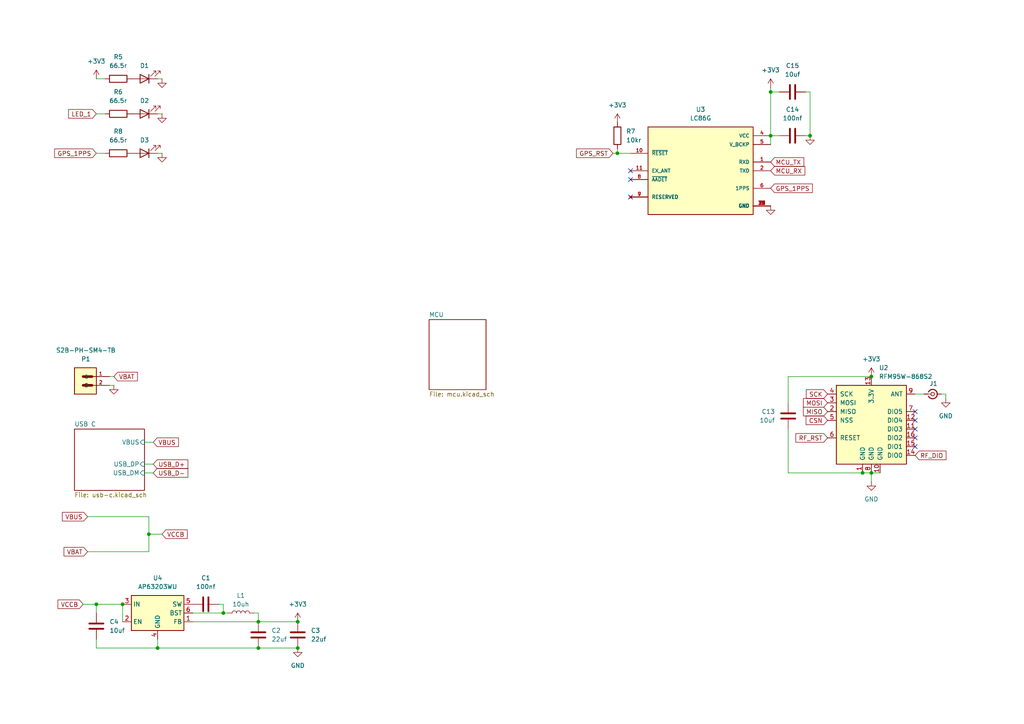
<source format=kicad_sch>
(kicad_sch (version 20250114) (generator "eeschema") (generator_version "9.0")
  (paper "A4")
  (lib_symbols
    (symbol "Connector:Conn_Coaxial_Small" (pin_numbers (hide yes)) (pin_names (offset 1.016) (hide yes))
      (property "Reference" "J" (at 0.254 3.048 0))
      (property "Value" "Conn_Coaxial_Small" (at 0 -3.81 0))
      (symbol "Conn_Coaxial_Small_0_1"
        (polyline (pts (xy -2.54 0) (xy -0.508 0)))
        (circle (center 0 0) (radius 0.508) (stroke (width 0.2032)))
      )
      (symbol "Conn_Coaxial_Small_1_1"
        (arc (start 1.3484 0.0039) (mid 0.327 -1.308) (end -1.1916 -0.6311) (stroke (width 0.3048)))
        (arc (start -1.1916 0.6311) (mid 0.327 1.3081) (end 1.3484 -0.0039) (stroke (width 0.3048)))
        (pin passive line (at -2.54 0 0) (length 1.27) (name "In") (number "1"))
        (pin passive line (at 2.54 0 180) (length 1.27) (name "Ext") (number "2"))
      )
    )
    (symbol "Device:C" (pin_numbers (hide yes)) (pin_names (offset 0.254))
      (property "Reference" "C" (at 0.635 2.54 0))
      (property "Value" "C" (at 0.635 -2.54 0))
      (symbol "C_0_1"
        (polyline (pts (xy -2.032 0.762) (xy 2.032 0.762)) (stroke (width 0.508)))
        (polyline (pts (xy -2.032 -0.762) (xy 2.032 -0.762)) (stroke (width 0.508)))
      )
      (symbol "C_1_1"
        (pin passive line (at 0 3.81 270) (length 2.794) (name "~") (number "1"))
        (pin passive line (at 0 -3.81 90) (length 2.794) (name "~") (number "2"))
      )
    )
    (symbol "Device:L" (pin_numbers (hide yes)) (pin_names (offset 1.016) (hide yes))
      (property "Reference" "L" (at -1.27 0 90))
      (property "Value" "L" (at 1.905 0 90))
      (symbol "L_0_1"
        (arc (start 0 2.54) (mid 0.6323 1.905) (end 0 1.27))
        (arc (start 0 1.27) (mid 0.6323 0.635) (end 0 0))
        (arc (start 0 0) (mid 0.6323 -0.635) (end 0 -1.27))
        (arc (start 0 -1.27) (mid 0.6323 -1.905) (end 0 -2.54))
      )
      (symbol "L_1_1"
        (pin passive line (at 0 3.81 270) (length 1.27) (name "1") (number "1"))
        (pin passive line (at 0 -3.81 90) (length 1.27) (name "2") (number "2"))
      )
    )
    (symbol "Device:LED" (pin_numbers (hide yes)) (pin_names (offset 1.016) (hide yes))
      (property "Reference" "D" (at 0 2.54 0))
      (property "Value" "LED" (at 0 -2.54 0))
      (symbol "LED_0_1"
        (polyline (pts (xy -3.048 -0.762) (xy -4.572 -2.286) (xy -3.81 -2.286) (xy -4.572 -2.286) (xy -4.572 -1.524)))
        (polyline (pts (xy -1.778 -0.762) (xy -3.302 -2.286) (xy -2.54 -2.286) (xy -3.302 -2.286) (xy -3.302 -1.524)))
        (polyline (pts (xy -1.27 0) (xy 1.27 0)))
        (polyline (pts (xy -1.27 -1.27) (xy -1.27 1.27)) (stroke (width 0.254)))
        (polyline (pts (xy 1.27 -1.27) (xy 1.27 1.27) (xy -1.27 0) (xy 1.27 -1.27)) (stroke (width 0.254)))
      )
      (symbol "LED_1_1"
        (pin passive line (at -3.81 0 0) (length 2.54) (name "K") (number "1"))
        (pin passive line (at 3.81 0 180) (length 2.54) (name "A") (number "2"))
      )
    )
    (symbol "Device:R" (pin_numbers (hide yes)) (pin_names (offset 0))
      (property "Reference" "R" (at 2.032 0 90))
      (property "Value" "R" (at 0 0 90))
      (symbol "R_0_1"
        (rectangle (start -1.016 -2.54) (end 1.016 2.54) (stroke (width 0.254)))
      )
      (symbol "R_1_1"
        (pin passive line (at 0 3.81 270) (length 1.27) (name "~") (number "1"))
        (pin passive line (at 0 -3.81 90) (length 1.27) (name "~") (number "2"))
      )
    )
    (symbol "JST-PH-2:S2B-PH-SM4-TB" (pin_names (offset 1.016))
      (property "Reference" "P" (at -1.2718 3.8155 0))
      (property "Value" "S2B-PH-SM4-TB" (at -1.271 -5.0839 0))
      (symbol "S2B-PH-SM4-TB_0_0"
        (rectangle (start -1.27 -3.81) (end 5.08 3.81) (stroke (width 0.254)) (fill (type background)))
        (polyline (pts (xy 0 1.27) (xy 2.54 1.27)) (stroke (width 0.762)))
        (polyline (pts (xy 0 -1.27) (xy 2.54 -1.27)) (stroke (width 0.762)))
        (pin passive line (at -5.08 1.27 0) (length 5.08) (name "1") (number "1"))
        (pin passive line (at -5.08 -1.27 0) (length 5.08) (name "2") (number "2"))
      )
    )
    (symbol "LC86G:LC86G" (pin_names (offset 1.016))
      (property "Reference" "U" (at -15.24 13.97 0))
      (property "Value" "LC86G" (at -15.24 -15.24 0))
      (symbol "LC86G_0_0"
        (rectangle (start -15.24 -12.7) (end 15.24 12.7) (stroke (width 0.254)) (fill (type background)))
        (pin input line (at -20.32 5.08 0) (length 5.08) (name "~{RESET}") (number "10"))
        (pin input line (at -20.32 0 0) (length 5.08) (name "EX_ANT") (number "11"))
        (pin bidirectional line (at -20.32 -2.54 0) (length 5.08) (name "~{AADET}") (number "8"))
        (pin no_connect line (at -20.32 -7.62 0) (length 5.08) (name "RESERVED") (number "7"))
        (pin no_connect line (at -20.32 -7.62 0) (length 5.08) (name "RESERVED") (number "9"))
        (pin power_in line (at 20.32 10.16 180) (length 5.08) (name "VCC") (number "4"))
        (pin power_in line (at 20.32 7.62 180) (length 5.08) (name "V_BCKP") (number "5"))
        (pin input line (at 20.32 2.54 180) (length 5.08) (name "RXD") (number "1"))
        (pin output line (at 20.32 0 180) (length 5.08) (name "TXD") (number "2"))
        (pin output line (at 20.32 -5.08 180) (length 5.08) (name "1PPS") (number "6"))
        (pin power_in line (at 20.32 -10.16 180) (length 5.08) (name "GND") (number "12"))
        (pin power_in line (at 20.32 -10.16 180) (length 5.08) (name "GND") (number "13"))
        (pin power_in line (at 20.32 -10.16 180) (length 5.08) (name "GND") (number "14"))
        (pin power_in line (at 20.32 -10.16 180) (length 5.08) (name "GND") (number "15"))
        (pin power_in line (at 20.32 -10.16 180) (length 5.08) (name "GND") (number "16"))
        (pin power_in line (at 20.32 -10.16 180) (length 5.08) (name "GND") (number "17"))
        (pin power_in line (at 20.32 -10.16 180) (length 5.08) (name "GND") (number "18"))
        (pin power_in line (at 20.32 -10.16 180) (length 5.08) (name "GND") (number "19"))
        (pin power_in line (at 20.32 -10.16 180) (length 5.08) (name "GND") (number "20"))
        (pin power_in line (at 20.32 -10.16 180) (length 5.08) (name "GND") (number "21"))
        (pin power_in line (at 20.32 -10.16 180) (length 5.08) (name "GND") (number "22"))
        (pin power_in line (at 20.32 -10.16 180) (length 5.08) (name "GND") (number "23"))
        (pin power_in line (at 20.32 -10.16 180) (length 5.08) (name "GND") (number "24"))
        (pin power_in line (at 20.32 -10.16 180) (length 5.08) (name "GND") (number "25"))
        (pin power_in line (at 20.32 -10.16 180) (length 5.08) (name "GND") (number "26"))
        (pin power_in line (at 20.32 -10.16 180) (length 5.08) (name "GND") (number "27"))
        (pin power_in line (at 20.32 -10.16 180) (length 5.08) (name "GND") (number "28"))
        (pin power_in line (at 20.32 -10.16 180) (length 5.08) (name "GND") (number "29"))
        (pin power_in line (at 20.32 -10.16 180) (length 5.08) (name "GND") (number "3"))
        (pin power_in line (at 20.32 -10.16 180) (length 5.08) (name "GND") (number "30"))
        (pin power_in line (at 20.32 -10.16 180) (length 5.08) (name "GND") (number "31"))
        (pin power_in line (at 20.32 -10.16 180) (length 5.08) (name "GND") (number "32"))
        (pin power_in line (at 20.32 -10.16 180) (length 5.08) (name "GND") (number "33"))
        (pin power_in line (at 20.32 -10.16 180) (length 5.08) (name "GND") (number "34"))
        (pin power_in line (at 20.32 -10.16 180) (length 5.08) (name "GND") (number "35"))
        (pin power_in line (at 20.32 -10.16 180) (length 5.08) (name "GND") (number "36"))
      )
    )
    (symbol "RF_Module:RFM95W-868S2" (pin_names (offset 1.016))
      (property "Reference" "U" (at -10.414 11.684 0))
      (property "Value" "RFM95W-868S2" (at 1.524 11.43 0))
      (symbol "RFM95W-868S2_0_1"
        (rectangle (start -10.16 10.16) (end 10.16 -12.7) (stroke (width 0.254)) (fill (type background)))
      )
      (symbol "RFM95W-868S2_1_1"
        (pin input line (at -12.7 7.62 0) (length 2.54) (name "SCK") (number "4"))
        (pin input line (at -12.7 5.08 0) (length 2.54) (name "MOSI") (number "3"))
        (pin output line (at -12.7 2.54 0) (length 2.54) (name "MISO") (number "2"))
        (pin input line (at -12.7 0 0) (length 2.54) (name "NSS") (number "5"))
        (pin bidirectional line (at -12.7 -5.08 0) (length 2.54) (name "RESET") (number "6"))
        (pin power_in line (at -2.54 -15.24 90) (length 2.54) (name "GND") (number "1"))
        (pin power_in line (at 0 12.7 270) (length 2.54) (name "3.3V") (number "13"))
        (pin power_in line (at 0 -15.24 90) (length 2.54) (name "GND") (number "8"))
        (pin power_in line (at 2.54 -15.24 90) (length 2.54) (name "GND") (number "10"))
        (pin bidirectional line (at 12.7 7.62 180) (length 2.54) (name "ANT") (number "9"))
        (pin bidirectional line (at 12.7 2.54 180) (length 2.54) (name "DIO5") (number "7"))
        (pin bidirectional line (at 12.7 0 180) (length 2.54) (name "DIO4") (number "12"))
        (pin bidirectional line (at 12.7 -2.54 180) (length 2.54) (name "DIO3") (number "11"))
        (pin bidirectional line (at 12.7 -5.08 180) (length 2.54) (name "DIO2") (number "16"))
        (pin bidirectional line (at 12.7 -7.62 180) (length 2.54) (name "DIO1") (number "15"))
        (pin bidirectional line (at 12.7 -10.16 180) (length 2.54) (name "DIO0") (number "14"))
      )
    )
    (symbol "Regulator_Switching:AP63203WU"
      (property "Reference" "U" (at -7.62 6.35 0))
      (property "Value" "AP63203WU" (at 2.54 6.35 0))
      (symbol "AP63203WU_0_1"
        (rectangle (start -7.62 5.08) (end 7.62 -5.08) (stroke (width 0.254)) (fill (type background)))
      )
      (symbol "AP63203WU_1_1"
        (pin power_in line (at -10.16 2.54 0) (length 2.54) (name "IN") (number "3"))
        (pin input line (at -10.16 -2.54 0) (length 2.54) (name "EN") (number "2"))
        (pin power_in line (at 0 -7.62 90) (length 2.54) (name "GND") (number "4"))
        (pin output line (at 10.16 2.54 180) (length 2.54) (name "SW") (number "5"))
        (pin passive line (at 10.16 0 180) (length 2.54) (name "BST") (number "6"))
        (pin input line (at 10.16 -2.54 180) (length 2.54) (name "FB") (number "1"))
      )
    )
    (symbol "power:+3V3" (power) (pin_numbers (hide yes)) (pin_names (offset 0) (hide yes))
      (property "Value" "+3V3" (at 0 3.556 0))
      (symbol "+3V3_0_1"
        (polyline (pts (xy -0.762 1.27) (xy 0 2.54)))
        (polyline (pts (xy 0 2.54) (xy 0.762 1.27)))
        (polyline (pts (xy 0 0) (xy 0 2.54)))
      )
      (symbol "+3V3_1_1"
        (pin power_in line (at 0 0 90) (length 0) (name "~") (number "1"))
      )
    )
    (symbol "power:GND" (power) (pin_numbers (hide yes)) (pin_names (offset 0) (hide yes))
      (property "Value" "GND" (at 0 -3.81 0))
      (symbol "GND_0_1"
        (polyline (pts (xy 0 0) (xy 0 -1.27) (xy 1.27 -1.27) (xy 0 -2.54) (xy -1.27 -1.27) (xy 0 -1.27)))
      )
      (symbol "GND_1_1"
        (pin power_in line (at 0 0 270) (length 0) (name "~") (number "1"))
      )
    )
  )
  (junction (at 43.18 154.94))
  (junction (at 234.95 39.37))
  (junction (at 223.52 39.37))
  (junction (at 35.56 175.26))
  (junction (at 252.73 109.22))
  (junction (at 64.77 177.8))
  (junction (at 74.93 187.96))
  (junction (at 86.36 187.96))
  (junction (at 45.72 187.96))
  (junction (at 27.94 175.26))
  (junction (at 223.52 26.67))
  (junction (at 86.36 180.34))
  (junction (at 250.19 137.16))
  (junction (at 74.93 180.34))
  (junction (at 252.73 137.16))
  (junction (at 179.07 44.45))
  (no_connect (at 182.88 57.15))
  (no_connect (at 265.43 124.46))
  (no_connect (at 182.88 49.53))
  (no_connect (at 265.43 121.92))
  (no_connect (at 265.43 127))
  (no_connect (at 265.43 119.38))
  (no_connect (at 182.88 52.07))
  (no_connect (at 265.43 129.54))
  (wire (pts (xy 64.77 175.26) (xy 64.77 177.8)))
  (wire (pts (xy 64.77 177.8) (xy 66.04 177.8)))
  (wire (pts (xy 35.56 175.26) (xy 35.56 180.34)))
  (wire (pts (xy 27.94 175.26) (xy 35.56 175.26)))
  (wire (pts (xy 179.07 43.18) (xy 179.07 44.45)))
  (wire (pts (xy 43.18 154.94) (xy 46.99 154.94)))
  (wire (pts (xy 27.94 33.02) (xy 30.48 33.02)))
  (wire (pts (xy 74.93 187.96) (xy 45.72 187.96)))
  (wire (pts (xy 27.94 44.45) (xy 30.48 44.45)))
  (wire (pts (xy 55.88 180.34) (xy 74.93 180.34)))
  (wire (pts (xy 46.99 33.02) (xy 45.72 33.02)))
  (wire (pts (xy 31.75 111.76) (xy 33.02 111.76)))
  (wire (pts (xy 74.93 180.34) (xy 86.36 180.34)))
  (wire (pts (xy 228.6 137.16) (xy 250.19 137.16)))
  (wire (pts (xy 74.93 180.34) (xy 74.93 177.8)))
  (wire (pts (xy 31.75 109.22) (xy 33.02 109.22)))
  (wire (pts (xy 223.52 25.4) (xy 223.52 26.67)))
  (wire (pts (xy 226.06 39.37) (xy 223.52 39.37)))
  (wire (pts (xy 250.19 137.16) (xy 252.73 137.16)))
  (wire (pts (xy 44.45 137.16) (xy 41.91 137.16)))
  (wire (pts (xy 179.07 44.45) (xy 182.88 44.45)))
  (wire (pts (xy 27.94 22.86) (xy 30.48 22.86)))
  (wire (pts (xy 228.6 109.22) (xy 228.6 116.84)))
  (wire (pts (xy 43.18 154.94) (xy 43.18 160.02)))
  (wire (pts (xy 24.13 175.26) (xy 27.94 175.26)))
  (wire (pts (xy 226.06 26.67) (xy 223.52 26.67)))
  (wire (pts (xy 44.45 134.62) (xy 41.91 134.62)))
  (wire (pts (xy 252.73 109.22) (xy 228.6 109.22)))
  (wire (pts (xy 228.6 124.46) (xy 228.6 137.16)))
  (wire (pts (xy 223.52 26.67) (xy 223.52 39.37)))
  (wire (pts (xy 252.73 139.7) (xy 252.73 137.16)))
  (wire (pts (xy 46.99 44.45) (xy 45.72 44.45)))
  (wire (pts (xy 27.94 187.96) (xy 27.94 185.42)))
  (wire (pts (xy 234.95 26.67) (xy 234.95 39.37)))
  (wire (pts (xy 274.32 114.3) (xy 274.32 115.57)))
  (wire (pts (xy 55.88 177.8) (xy 64.77 177.8)))
  (wire (pts (xy 43.18 149.86) (xy 43.18 154.94)))
  (wire (pts (xy 45.72 187.96) (xy 45.72 185.42)))
  (wire (pts (xy 267.97 114.3) (xy 265.43 114.3)))
  (wire (pts (xy 177.8 44.45) (xy 179.07 44.45)))
  (wire (pts (xy 45.72 187.96) (xy 27.94 187.96)))
  (wire (pts (xy 233.68 39.37) (xy 234.95 39.37)))
  (wire (pts (xy 46.99 22.86) (xy 45.72 22.86)))
  (wire (pts (xy 74.93 177.8) (xy 73.66 177.8)))
  (wire (pts (xy 74.93 187.96) (xy 86.36 187.96)))
  (wire (pts (xy 234.95 26.67) (xy 233.68 26.67)))
  (wire (pts (xy 25.4 160.02) (xy 43.18 160.02)))
  (wire (pts (xy 27.94 177.8) (xy 27.94 175.26)))
  (wire (pts (xy 25.4 149.86) (xy 43.18 149.86)))
  (wire (pts (xy 274.32 114.3) (xy 273.05 114.3)))
  (wire (pts (xy 252.73 137.16) (xy 255.27 137.16)))
  (wire (pts (xy 63.5 175.26) (xy 64.77 175.26)))
  (wire (pts (xy 223.52 39.37) (xy 223.52 41.91)))
  (wire (pts (xy 44.45 128.27) (xy 41.91 128.27)))
  (global_label "CSN" (shape input) (at 240.03 121.92 180) (property "Intersheetrefs" "${INTERSHEET_REFS}" (effects (hide yes))))
  (global_label "SCK" (shape input) (at 240.03 114.3 180) (property "Intersheetrefs" "${INTERSHEET_REFS}" (effects (hide yes))))
  (global_label "VCCB" (shape input) (at 46.99 154.94 0) (property "Intersheetrefs" "${INTERSHEET_REFS}" (effects (hide yes))))
  (global_label "MOSI" (shape input) (at 240.03 116.84 180) (property "Intersheetrefs" "${INTERSHEET_REFS}" (effects (hide yes))))
  (global_label "RF_RST" (shape input) (at 240.03 127 180) (property "Intersheetrefs" "${INTERSHEET_REFS}" (effects (hide yes))))
  (global_label "LED_1" (shape input) (at 27.94 33.02 180) (property "Intersheetrefs" "${INTERSHEET_REFS}" (effects (hide yes))))
  (global_label "VBUS" (shape input) (at 25.4 149.86 180) (property "Intersheetrefs" "${INTERSHEET_REFS}" (effects (hide yes))))
  (global_label "MISO" (shape input) (at 240.03 119.38 180) (property "Intersheetrefs" "${INTERSHEET_REFS}" (effects (hide yes))))
  (global_label "VBAT" (shape input) (at 25.4 160.02 180) (property "Intersheetrefs" "${INTERSHEET_REFS}" (effects (hide yes))))
  (global_label "USB_D+" (shape input) (at 44.45 134.62 0) (property "Intersheetrefs" "${INTERSHEET_REFS}" (effects (hide yes))))
  (global_label "MCU_TX" (shape input) (at 223.52 46.99 0) (property "Intersheetrefs" "${INTERSHEET_REFS}" (effects (hide yes))))
  (global_label "VBUS" (shape input) (at 44.45 128.27 0) (property "Intersheetrefs" "${INTERSHEET_REFS}" (effects (hide yes))))
  (global_label "USB_D-" (shape input) (at 44.45 137.16 0) (property "Intersheetrefs" "${INTERSHEET_REFS}" (effects (hide yes))))
  (global_label "GPS_1PPS" (shape input) (at 223.52 54.61 0) (property "Intersheetrefs" "${INTERSHEET_REFS}" (effects (hide yes))))
  (global_label "VBAT" (shape input) (at 33.02 109.22 0) (property "Intersheetrefs" "${INTERSHEET_REFS}" (effects (hide yes))))
  (global_label "RF_DIO" (shape input) (at 265.43 132.08 0) (property "Intersheetrefs" "${INTERSHEET_REFS}" (effects (hide yes))))
  (global_label "MCU_RX" (shape input) (at 223.52 49.53 0) (property "Intersheetrefs" "${INTERSHEET_REFS}" (effects (hide yes))))
  (global_label "GPS_1PPS" (shape input) (at 27.94 44.45 180) (property "Intersheetrefs" "${INTERSHEET_REFS}" (effects (hide yes))))
  (global_label "GPS_RST" (shape input) (at 177.8 44.45 180) (property "Intersheetrefs" "${INTERSHEET_REFS}" (effects (hide yes))))
  (global_label "VCCB" (shape input) (at 24.13 175.26 180) (property "Intersheetrefs" "${INTERSHEET_REFS}" (effects (hide yes))))
  (symbol (lib_id "power:GND") (at 86.36 187.96 0) (unit 1)
    (property "Reference" "#PWR08" (effects (hide yes)))
    (property "Value" "GND" (at 86.36 193.04 0))
    (property "Description" "Power symbol creates a global label with name \"GND\" , ground" (effects (hide yes)))
  )
  (symbol (lib_id "power:+3V3") (at 179.07 35.56 0) (unit 1)
    (property "Reference" "#PWR025" (effects (hide yes)))
    (property "Value" "+3V3" (at 179.07 30.48 0))
    (property "Description" "Power symbol creates a global label with name \"+3V3\"" (effects (hide yes)))
  )
  (symbol (lib_id "Device:LED") (at 41.91 33.02 180) (unit 1)
    (property "Reference" "D2" (at 41.91 29.21 0))
    (property "Value" "LED" (effects (hide yes)))
    (property "Footprint" "LED_SMD:LED_0603_1608Metric" (effects (hide yes)))
    (property "Description" "Light emitting diode" (effects (hide yes)))
    (property "DESCRIPTION" "150060RS75000" (effects (hide yes)))
  )
  (symbol (lib_id "power:GND") (at 274.32 115.57 0) (unit 1)
    (property "Reference" "#PWR02" (effects (hide yes)))
    (property "Value" "GND" (at 274.32 120.65 0))
    (property "Description" "Power symbol creates a global label with name \"GND\" , ground" (effects (hide yes)))
  )
  (symbol (lib_id "power:GND") (at 33.02 111.76 0) (unit 1)
    (property "Reference" "#PWR04" (effects (hide yes)))
    (property "Value" "GND" (effects (hide yes)))
    (property "Description" "Power symbol creates a global label with name \"GND\" , ground" (effects (hide yes)))
  )
  (symbol (lib_id "power:+3V3") (at 252.73 109.22 0) (unit 1)
    (property "Reference" "#PWR03" (effects (hide yes)))
    (property "Value" "+3V3" (at 252.73 104.14 0))
    (property "Description" "Power symbol creates a global label with name \"+3V3\"" (effects (hide yes)))
  )
  (symbol (lib_id "Device:L") (at 69.85 177.8 90) (unit 1)
    (property "Reference" "L1" (at 69.85 172.72 90))
    (property "Value" "10uh" (at 69.85 175.26 90))
    (property "Footprint" "Inductor_SMD:L_TDK_NLV32_3.2x2.5mm" (effects (hide yes)))
    (property "Description" "Inductor" (effects (hide yes)))
    (property "DESCRIPTION" "CBC3225T100MR" (effects (hide yes)))
  )
  (symbol (lib_id "Device:C") (at 74.93 184.15 180) (unit 1)
    (property "Reference" "C2" (at 78.74 182.8799 0) (effects (justify right)))
    (property "Value" "22uf" (at 78.74 185.4199 0) (effects (justify right)))
    (property "Footprint" "Capacitor_SMD:C_0402_1005Metric" (effects (hide yes)))
    (property "Description" "Unpolarized capacitor" (effects (hide yes)))
    (property "DESCRIPTION" "CL10A226MQ8NRNC" (effects (hide yes)))
  )
  (symbol (lib_id "power:GND") (at 46.99 22.86 0) (unit 1)
    (property "Reference" "#PWR014" (effects (hide yes)))
    (property "Value" "GND" (effects (hide yes)))
    (property "Description" "Power symbol creates a global label with name \"GND\" , ground" (effects (hide yes)))
  )
  (symbol (lib_id "Device:R") (at 179.07 39.37 0) (unit 1)
    (property "Reference" "R7" (at 181.61 38.0999 0) (effects (justify left)))
    (property "Value" "10kr" (at 181.61 40.6399 0) (effects (justify left)))
    (property "Footprint" "Resistor_SMD:R_0402_1005Metric" (effects (hide yes)))
    (property "Description" "Resistor" (effects (hide yes)))
    (property "DESCRIPTION" "ERJ-3EKF1002V" (effects (hide yes)))
  )
  (symbol (lib_id "power:GND") (at 46.99 44.45 0) (unit 1)
    (property "Reference" "#PWR026" (effects (hide yes)))
    (property "Value" "GND" (effects (hide yes)))
    (property "Description" "Power symbol creates a global label with name \"GND\" , ground" (effects (hide yes)))
  )
  (symbol (lib_id "LC86G:LC86G") (at 203.2 49.53 0) (unit 1)
    (property "Reference" "U3" (at 203.2 31.75 0))
    (property "Value" "LC86G" (at 203.2 34.29 0))
    (property "Footprint" "LC86G:XCVR_LC86G" (effects (hide yes)))
    (property "MF" "Quectel" (effects (hide yes)))
    (property "MAXIMUM_PACKAGE_HEIGHT" "7.25 mm" (effects (hide yes)))
    (property "Package" "Package" (effects (hide yes)))
    (property "Price" "None" (effects (hide yes)))
    (property "Check_prices" "https://www.snapeda.com/parts/LC86G/Quectel/view-part/?ref=eda" (effects (hide yes)))
    (property "STANDARD" "Manufacturer Recommendations" (effects (hide yes)))
    (property "PARTREV" "1.2" (effects (hide yes)))
    (property "SnapEDA_Link" "https://www.snapeda.com/parts/LC86G/Quectel/view-part/?ref=snap" (effects (hide yes)))
    (property "MP" "LC86G" (effects (hide yes)))
    (property "Description_1" "Based on the latest enhanced chipset, the new Quectel LC86G series GNSS module supports concurrent reception of GPS, GLONASS, BDS, Galileo and QZSS. The LC86G series is designed to be compatible with Quectel L80 and L86 modules, allowing for smooth migration between them. Compared with single constellation receivers, by enabling multiple GNSS constellations, the LC86G series increases the number of visible satellites, reduces the time to first fix and improves positioning accuracy, especially when driving through dense urban canyons." (effects (hide yes)))
    (property "Availability" "Not in stock" (effects (hide yes)))
    (property "MANUFACTURER" "Quectel" (effects (hide yes)))
  )
  (symbol (lib_id "Device:R") (at 34.29 44.45 90) (unit 1)
    (property "Reference" "R8" (at 34.29 38.1 90))
    (property "Value" "66.5r" (at 34.29 40.64 90))
    (property "Footprint" "Resistor_SMD:R_0402_1005Metric" (effects (hide yes)))
    (property "Description" "Resistor" (effects (hide yes)))
    (property "DESCRIPTION" "ERJ-3EKF66R5V" (effects (hide yes)))
  )
  (symbol (lib_id "JST-PH-2:S2B-PH-SM4-TB") (at 26.67 110.49 0) (mirror y) (unit 1)
    (property "Reference" "P1" (at 24.892 104.14 0))
    (property "Value" "S2B-PH-SM4-TB" (at 24.892 101.6 0))
    (property "Footprint" "S2B-PH-SM4-TB:JST_S2B-PH-SM4-TB" (effects (hide yes)))
    (property "MANUFACTURER" "JST" (effects (hide yes)))
  )
  (symbol (lib_id "Device:C") (at 27.94 181.61 0) (unit 1)
    (property "Reference" "C4" (at 31.75 180.3399 0) (effects (justify left)))
    (property "Value" "10uf" (at 31.75 182.8799 0) (effects (justify left)))
    (property "Footprint" "Capacitor_SMD:C_0402_1005Metric" (effects (hide yes)))
    (property "Description" "Unpolarized capacitor" (effects (hide yes)))
    (property "DESCRIPTION" "CL10A106MQ8NNNC" (effects (hide yes)))
  )
  (symbol (lib_id "RF_Module:RFM95W-868S2") (at 252.73 121.92 0) (unit 1)
    (property "Reference" "U2" (at 254.9241 106.68 0) (effects (justify left)))
    (property "Value" "RFM95W-868S2" (at 254.9241 109.22 0) (effects (justify left)))
    (property "Footprint" "RF_Module:HOPERF_RFM9XW_SMD" (effects (hide yes)))
    (property "Datasheet" "https://www.hoperf.com/data/upload/portal/20181127/5bfcbea20e9ef.pdf" (effects (hide yes)))
    (property "Description" "Low power long range transceiver module, SPI and parallel interface, 868 MHz, spreading factor 6 to12, bandwidth 7.8 to 500kHz, -111 to -148 dBm, SMD-16, DIP-16" (effects (hide yes)))
    (property "DESCRIPTION" "RFM95W-915S2" (effects (hide yes)))
  )
  (symbol (lib_id "Device:LED") (at 41.91 44.45 180) (unit 1)
    (property "Reference" "D3" (at 41.91 40.64 0))
    (property "Value" "LED" (effects (hide yes)))
    (property "Footprint" "LED_SMD:LED_0603_1608Metric" (effects (hide yes)))
    (property "Description" "Light emitting diode" (effects (hide yes)))
    (property "DESCRIPTION" "150060RS75000" (effects (hide yes)))
  )
  (symbol (lib_id "Device:R") (at 34.29 33.02 90) (unit 1)
    (property "Reference" "R6" (at 34.29 26.67 90))
    (property "Value" "66.5r" (at 34.29 29.21 90))
    (property "Footprint" "Resistor_SMD:R_0402_1005Metric" (effects (hide yes)))
    (property "Description" "Resistor" (effects (hide yes)))
    (property "DESCRIPTION" "ERJ-3EKF66R5V" (effects (hide yes)))
  )
  (symbol (lib_id "Device:C") (at 228.6 120.65 0) (mirror y) (unit 1)
    (property "Reference" "C13" (at 224.79 119.3799 0) (effects (justify left)))
    (property "Value" "10uf" (at 224.79 121.9199 0) (effects (justify left)))
    (property "Footprint" "Capacitor_SMD:C_0402_1005Metric" (effects (hide yes)))
    (property "Description" "Unpolarized capacitor" (effects (hide yes)))
    (property "DESCRIPTION" "CL10A106MQ8NNNC" (effects (hide yes)))
  )
  (symbol (lib_id "Device:LED") (at 41.91 22.86 180) (unit 1)
    (property "Reference" "D1" (at 41.91 19.05 0))
    (property "Value" "LED" (effects (hide yes)))
    (property "Footprint" "LED_SMD:LED_0603_1608Metric" (effects (hide yes)))
    (property "Description" "Light emitting diode" (effects (hide yes)))
    (property "DESCRIPTION" "150060RS75000" (effects (hide yes)))
  )
  (symbol (lib_id "Regulator_Switching:AP63203WU") (at 45.72 177.8 0) (unit 1)
    (property "Reference" "U4" (at 45.72 167.64 0))
    (property "Value" "AP63203WU" (at 45.72 170.18 0))
    (property "Footprint" "Package_TO_SOT_SMD:TSOT-23-6" (effects (hide yes)))
    (property "Datasheet" "https://www.diodes.com/assets/Datasheets/AP63200-AP63201-AP63203-AP63205.pdf" (effects (hide yes)))
    (property "Description" "2A, 1.1MHz Buck DC/DC Converter, fixed 3.3V output voltage, TSOT-23-6" (effects (hide yes)))
    (property "DESCRIPTION" "AP63203WU-7" (effects (hide yes)))
  )
  (symbol (lib_id "power:+3V3") (at 223.52 25.4 0) (unit 1)
    (property "Reference" "#PWR022" (effects (hide yes)))
    (property "Value" "+3V3" (at 223.52 20.32 0))
    (property "Description" "Power symbol creates a global label with name \"+3V3\"" (effects (hide yes)))
  )
  (symbol (lib_id "power:+3V3") (at 86.36 180.34 0) (unit 1)
    (property "Reference" "#PWR07" (effects (hide yes)))
    (property "Value" "+3V3" (at 86.36 175.26 0))
    (property "Description" "Power symbol creates a global label with name \"+3V3\"" (effects (hide yes)))
  )
  (symbol (lib_id "Device:C") (at 229.87 39.37 90) (unit 1)
    (property "Reference" "C14" (at 229.87 31.75 90))
    (property "Value" "100nf" (at 229.87 34.29 90))
    (property "Footprint" "Capacitor_SMD:C_0402_1005Metric" (effects (hide yes)))
    (property "Description" "Unpolarized capacitor" (effects (hide yes)))
    (property "DESCRIPTION" "CL10B104KO8NNNC" (effects (hide yes)))
  )
  (symbol (lib_id "power:GND") (at 252.73 139.7 0) (unit 1)
    (property "Reference" "#PWR01" (effects (hide yes)))
    (property "Value" "GND" (at 252.73 144.78 0))
    (property "Description" "Power symbol creates a global label with name \"GND\" , ground" (effects (hide yes)))
  )
  (symbol (lib_id "power:GND") (at 234.95 39.37 0) (unit 1)
    (property "Reference" "#PWR023" (effects (hide yes)))
    (property "Value" "GND" (effects (hide yes)))
    (property "Description" "Power symbol creates a global label with name \"GND\" , ground" (effects (hide yes)))
  )
  (symbol (lib_id "power:+3V3") (at 27.94 22.86 0) (unit 1)
    (property "Reference" "#PWR015" (effects (hide yes)))
    (property "Value" "+3V3" (at 27.94 17.78 0))
    (property "Description" "Power symbol creates a global label with name \"+3V3\"" (effects (hide yes)))
  )
  (symbol (lib_id "Device:R") (at 34.29 22.86 90) (unit 1)
    (property "Reference" "R5" (at 34.29 16.51 90))
    (property "Value" "66.5r" (at 34.29 19.05 90))
    (property "Footprint" "Resistor_SMD:R_0402_1005Metric" (effects (hide yes)))
    (property "Description" "Resistor" (effects (hide yes)))
    (property "DESCRIPTION" "ERJ-3EKF66R5V" (effects (hide yes)))
  )
  (symbol (lib_id "Device:C") (at 59.69 175.26 90) (unit 1)
    (property "Reference" "C1" (at 59.69 167.64 90))
    (property "Value" "100nf" (at 59.69 170.18 90))
    (property "Footprint" "Capacitor_SMD:C_0402_1005Metric" (effects (hide yes)))
    (property "Description" "Unpolarized capacitor" (effects (hide yes)))
    (property "DESCRIPTION" "CL10B104KO8NNNC" (effects (hide yes)))
  )
  (symbol (lib_id "power:GND") (at 223.52 59.69 0) (unit 1)
    (property "Reference" "#PWR024" (effects (hide yes)))
    (property "Value" "GND" (effects (hide yes)))
    (property "Description" "Power symbol creates a global label with name \"GND\" , ground" (effects (hide yes)))
  )
  (symbol (lib_id "power:GND") (at 46.99 33.02 0) (unit 1)
    (property "Reference" "#PWR017" (effects (hide yes)))
    (property "Value" "GND" (effects (hide yes)))
    (property "Description" "Power symbol creates a global label with name \"GND\" , ground" (effects (hide yes)))
  )
  (symbol (lib_id "Connector:Conn_Coaxial_Small") (at 270.51 114.3 0) (unit 1)
    (property "Reference" "J1" (at 270.764 111.252 0))
    (property "Value" "Conn_Coaxial_Small" (effects (hide yes)))
    (property "Footprint" "Connector_Coaxial:SMA_Amphenol_132289_EdgeMount" (effects (hide yes)))
    (property "Description" "small coaxial connector (BNC, SMA, SMB, SMC, Cinch/RCA, LEMO, ...)" (effects (hide yes)))
    (property "DESCRIPTION" "CON-SMA-EDGE-S" (effects (hide yes)))
  )
  (symbol (lib_id "Device:C") (at 229.87 26.67 90) (unit 1)
    (property "Reference" "C15" (at 229.87 19.05 90))
    (property "Value" "10uf" (at 229.87 21.59 90))
    (property "Footprint" "Capacitor_SMD:C_0402_1005Metric" (effects (hide yes)))
    (property "Description" "Unpolarized capacitor" (effects (hide yes)))
    (property "DESCRIPTION" "CL10A106MQ8NNNC" (effects (hide yes)))
  )
  (symbol (lib_id "Device:C") (at 86.36 184.15 180) (unit 1)
    (property "Reference" "C3" (at 90.17 182.8799 0) (effects (justify right)))
    (property "Value" "22uf" (at 90.17 185.4199 0) (effects (justify right)))
    (property "Footprint" "Capacitor_SMD:C_0402_1005Metric" (effects (hide yes)))
    (property "Description" "Unpolarized capacitor" (effects (hide yes)))
    (property "DESCRIPTION" "CL10A226MQ8NRNC" (effects (hide yes)))
  )
  (sheet (at 124.46 92.71) (size 16.51 20.32) (stroke (width 0.1524))
    (property "Sheetname" "MCU" (at 124.46 91.9984 0) (effects (justify left bottom)))
    (property "Sheetfile" "mcu.kicad_sch" (at 124.46 113.6146 0) (effects (justify left top)))
  )
  (sheet (at 21.59 124.46) (size 20.32 17.78) (stroke (width 0.1524))
    (property "Sheetname" "USB C" (at 21.59 123.7484 0) (effects (justify left bottom)))
    (property "Sheetfile" "usb-c.kicad_sch" (at 21.59 142.8246 0) (effects (justify left top)))
    (pin "USB_DM" input (at 41.91 137.16 0))
    (pin "USB_DP" input (at 41.91 134.62 0))
    (pin "VBUS" input (at 41.91 128.27 0))
  )
)
</source>
